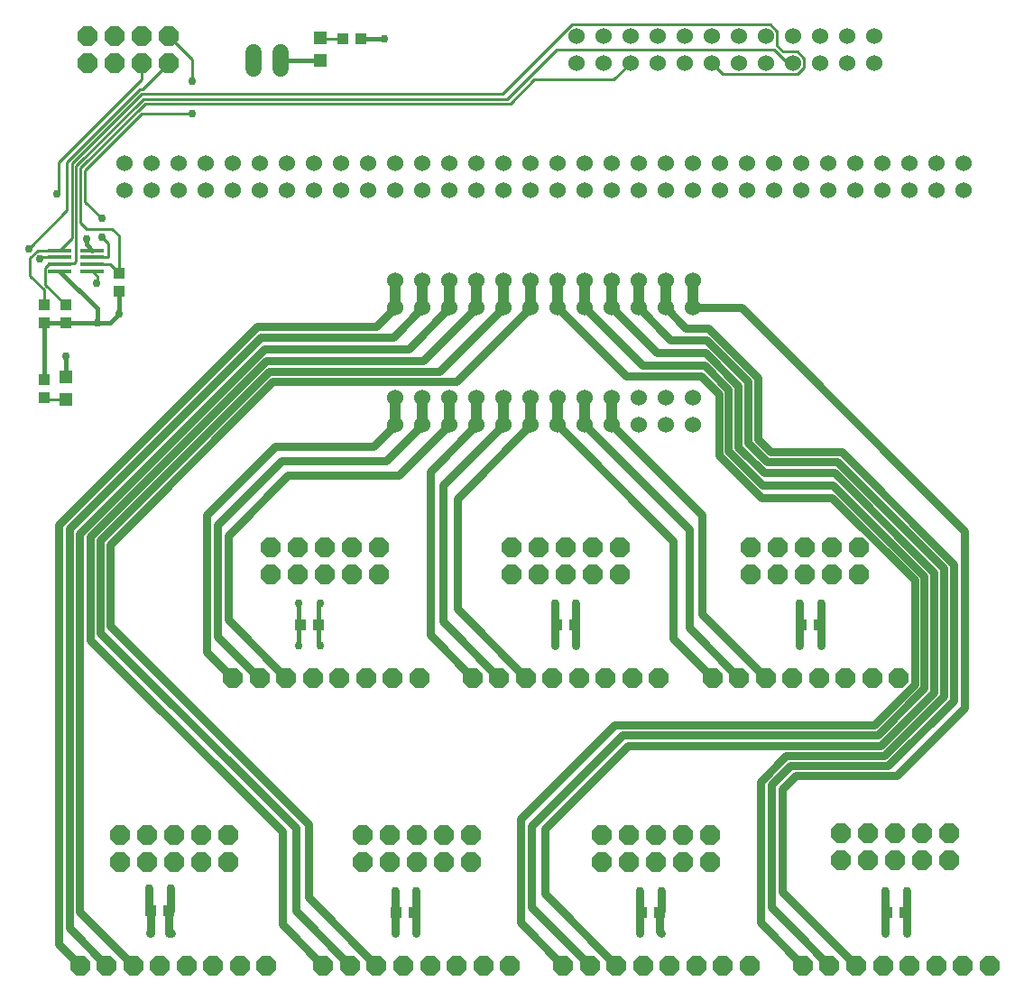
<source format=gbr>
G04 EAGLE Gerber RS-274X export*
G75*
%MOMM*%
%FSLAX34Y34*%
%LPD*%
%AMOC8*
5,1,8,0,0,1.08239X$1,22.5*%
G01*
%ADD10P,2.034460X8X22.500000*%
%ADD11P,2.034460X8X202.500000*%
%ADD12C,1.530000*%
%ADD13C,1.524000*%
%ADD14R,1.100000X1.000000*%
%ADD15R,2.196100X0.412200*%
%ADD16R,1.000000X1.100000*%
%ADD17R,1.200000X1.200000*%
%ADD18C,0.762000*%
%ADD19C,1.016000*%
%ADD20C,0.756400*%
%ADD21C,0.254000*%
%ADD22C,0.406400*%


D10*
X139500Y80000D03*
X114500Y80000D03*
X89500Y80000D03*
X64500Y80000D03*
X164500Y80000D03*
X189500Y80000D03*
X214500Y80000D03*
X239500Y80000D03*
X368000Y80000D03*
X343000Y80000D03*
X318000Y80000D03*
X293000Y80000D03*
X393000Y80000D03*
X418000Y80000D03*
X443000Y80000D03*
X468000Y80000D03*
X593000Y80000D03*
X568000Y80000D03*
X543000Y80000D03*
X518000Y80000D03*
X618000Y80000D03*
X643000Y80000D03*
X668000Y80000D03*
X693000Y80000D03*
X508000Y350000D03*
X483000Y350000D03*
X458000Y350000D03*
X433000Y350000D03*
X533000Y350000D03*
X558000Y350000D03*
X583000Y350000D03*
X608000Y350000D03*
X283000Y350000D03*
X258000Y350000D03*
X233000Y350000D03*
X208000Y350000D03*
X308000Y350000D03*
X333000Y350000D03*
X358000Y350000D03*
X383000Y350000D03*
X818000Y80000D03*
X793000Y80000D03*
X768000Y80000D03*
X743000Y80000D03*
X843000Y80000D03*
X868000Y80000D03*
X893000Y80000D03*
X918000Y80000D03*
X733000Y350000D03*
X708000Y350000D03*
X683000Y350000D03*
X658000Y350000D03*
X758000Y350000D03*
X783000Y350000D03*
X808000Y350000D03*
X833000Y350000D03*
D11*
X204000Y202700D03*
X204000Y177300D03*
X178600Y202700D03*
X178600Y177300D03*
X153200Y202700D03*
X153200Y177300D03*
X127800Y202700D03*
X127800Y177300D03*
X102400Y202700D03*
X102400Y177300D03*
X431260Y202700D03*
X431260Y177300D03*
X405860Y202700D03*
X405860Y177300D03*
X380460Y202700D03*
X380460Y177300D03*
X355060Y202700D03*
X355060Y177300D03*
X329660Y202700D03*
X329660Y177300D03*
X655800Y202700D03*
X655800Y177300D03*
X630400Y202700D03*
X630400Y177300D03*
X605000Y202700D03*
X605000Y177300D03*
X579600Y202700D03*
X579600Y177300D03*
X554200Y202700D03*
X554200Y177300D03*
X880100Y204160D03*
X880100Y178760D03*
X854700Y204160D03*
X854700Y178760D03*
X829300Y204160D03*
X829300Y178760D03*
X803900Y204160D03*
X803900Y178760D03*
X778500Y204160D03*
X778500Y178760D03*
X345440Y472280D03*
X345440Y446880D03*
X320040Y472280D03*
X320040Y446880D03*
X294640Y472280D03*
X294640Y446880D03*
X269240Y472280D03*
X269240Y446880D03*
X243840Y472280D03*
X243840Y446880D03*
X570800Y472700D03*
X570800Y447300D03*
X545400Y472700D03*
X545400Y447300D03*
X520000Y472700D03*
X520000Y447300D03*
X494600Y472700D03*
X494600Y447300D03*
X469200Y472700D03*
X469200Y447300D03*
X795800Y472700D03*
X795800Y447300D03*
X770400Y472700D03*
X770400Y447300D03*
X745000Y472700D03*
X745000Y447300D03*
X719600Y472700D03*
X719600Y447300D03*
X694200Y472700D03*
X694200Y447300D03*
D12*
X360300Y697300D03*
X360300Y722700D03*
X385700Y697300D03*
X385700Y722700D03*
X411100Y697300D03*
X411100Y722700D03*
X436500Y697300D03*
X436500Y722700D03*
X461900Y697300D03*
X461900Y722700D03*
X487300Y697300D03*
X487300Y722700D03*
X512700Y697300D03*
X512700Y722700D03*
X538100Y697300D03*
X538100Y722700D03*
X563500Y697300D03*
X563500Y722700D03*
X588900Y697300D03*
X588900Y722700D03*
X614300Y697300D03*
X614300Y722700D03*
X639700Y697300D03*
X639700Y722700D03*
X360300Y587300D03*
X360300Y612700D03*
X385700Y587300D03*
X385700Y612700D03*
X411100Y587300D03*
X411100Y612700D03*
X436500Y587300D03*
X436500Y612700D03*
X461900Y587300D03*
X461900Y612700D03*
X487300Y587300D03*
X487300Y612700D03*
X512700Y587300D03*
X512700Y612700D03*
X538100Y587300D03*
X538100Y612700D03*
X563500Y587300D03*
X563500Y612700D03*
X588900Y587300D03*
X588900Y612700D03*
X614300Y587300D03*
X614300Y612700D03*
X639700Y587300D03*
X639700Y612700D03*
X106680Y807560D03*
X106680Y832960D03*
X132080Y807560D03*
X132080Y832960D03*
X157480Y807560D03*
X157480Y832960D03*
X182880Y807560D03*
X182880Y832960D03*
X208280Y807560D03*
X208280Y832960D03*
X233680Y807560D03*
X233680Y832960D03*
X259080Y807560D03*
X259080Y832960D03*
X284480Y807560D03*
X284480Y832960D03*
X309880Y807560D03*
X309880Y832960D03*
X335280Y807560D03*
X335280Y832960D03*
X360680Y807560D03*
X360680Y832960D03*
X386080Y807560D03*
X386080Y832960D03*
X411480Y807560D03*
X411480Y832960D03*
X436880Y807560D03*
X436880Y832960D03*
X462280Y807560D03*
X462280Y832960D03*
X487680Y807560D03*
X487680Y832960D03*
X513080Y807560D03*
X513080Y832960D03*
X538480Y807560D03*
X538480Y832960D03*
X563880Y807560D03*
X563880Y832960D03*
X589280Y807560D03*
X589280Y832960D03*
X614680Y807560D03*
X614680Y832960D03*
X640080Y807560D03*
X640080Y832960D03*
X665480Y807560D03*
X665480Y832960D03*
X690880Y807560D03*
X690880Y832960D03*
X716280Y807560D03*
X716280Y832960D03*
X741680Y807560D03*
X741680Y832960D03*
X767080Y807560D03*
X767080Y832960D03*
X792480Y807560D03*
X792480Y832960D03*
X817880Y807560D03*
X817880Y832960D03*
X843280Y807560D03*
X843280Y832960D03*
X868680Y807560D03*
X868680Y832960D03*
X894080Y807560D03*
X894080Y832960D03*
D13*
X227300Y922380D02*
X227300Y937620D01*
X252700Y937620D02*
X252700Y922380D01*
D14*
X130780Y131280D03*
X147780Y131280D03*
D15*
X45691Y751430D03*
X45691Y744930D03*
X45691Y738430D03*
X45691Y731930D03*
X76229Y731930D03*
X76229Y738430D03*
X76229Y744930D03*
X76229Y751430D03*
D16*
X50960Y700180D03*
X50960Y683180D03*
X30960Y700180D03*
X30960Y683180D03*
X100960Y713180D03*
X100960Y730180D03*
D12*
X530300Y927300D03*
X530300Y952700D03*
X555700Y927300D03*
X555700Y952700D03*
X581100Y927300D03*
X581100Y952700D03*
X606500Y927300D03*
X606500Y952700D03*
X631900Y927300D03*
X631900Y952700D03*
X657300Y927300D03*
X657300Y952700D03*
X682700Y927300D03*
X682700Y952700D03*
X708100Y927300D03*
X708100Y952700D03*
X733500Y927300D03*
X733500Y952700D03*
X758900Y927300D03*
X758900Y952700D03*
X784300Y927300D03*
X784300Y952700D03*
X809700Y927300D03*
X809700Y952700D03*
D14*
X361500Y130000D03*
X378500Y130000D03*
X591500Y130000D03*
X608500Y130000D03*
X821500Y130000D03*
X838500Y130000D03*
X271500Y400000D03*
X288500Y400000D03*
X511500Y400000D03*
X528500Y400000D03*
X741500Y400000D03*
X758500Y400000D03*
D17*
X50960Y611180D03*
X50960Y632180D03*
D16*
X30960Y630180D03*
X30960Y613180D03*
D11*
X148100Y952700D03*
X148100Y927300D03*
X122700Y952700D03*
X122700Y927300D03*
X97300Y952700D03*
X97300Y927300D03*
X71900Y952700D03*
X71900Y927300D03*
D17*
X290000Y950500D03*
X290000Y929500D03*
D14*
X328500Y950000D03*
X311500Y950000D03*
D18*
X44500Y493528D02*
X44500Y100000D01*
X64500Y80000D01*
D19*
X360300Y697300D02*
X360300Y722700D01*
D18*
X360300Y697300D02*
X343000Y680000D01*
X230972Y680000D01*
X44500Y493528D01*
X54404Y490389D02*
X54404Y115096D01*
X89500Y80000D01*
D19*
X385700Y697300D02*
X385700Y722700D01*
D18*
X385700Y697300D02*
X358400Y670000D01*
X234015Y670000D01*
X54404Y490389D01*
X372971Y659171D02*
X411100Y697300D01*
X372971Y659171D02*
X237894Y659171D01*
X63708Y484985D01*
X63708Y130792D01*
X114500Y80000D01*
D19*
X411100Y697300D02*
X411100Y722700D01*
D20*
X149860Y152400D03*
X150000Y110000D03*
X380000Y150000D03*
X380000Y110000D03*
X610000Y150000D03*
X610000Y110000D03*
X840000Y150000D03*
X840000Y110000D03*
X530000Y420000D03*
X530000Y380000D03*
X760000Y420000D03*
X760000Y380000D03*
D18*
X147780Y131280D02*
X147780Y110000D01*
X150000Y110000D01*
X149860Y131280D02*
X147780Y131280D01*
X149860Y131280D02*
X149860Y152400D01*
X380000Y128500D02*
X380000Y110000D01*
X380000Y128500D02*
X378500Y130000D01*
X380000Y128500D02*
X380000Y150000D01*
X608500Y130000D02*
X608500Y111500D01*
X610000Y110000D01*
X610000Y131500D02*
X610000Y150000D01*
X610000Y131500D02*
X608500Y130000D01*
X840000Y131500D02*
X840000Y150000D01*
X840000Y131500D02*
X838500Y130000D01*
X840000Y128500D02*
X840000Y110000D01*
X840000Y128500D02*
X838500Y130000D01*
X530000Y401500D02*
X530000Y420000D01*
X530000Y401500D02*
X528500Y400000D01*
X530000Y398500D02*
X530000Y380000D01*
X530000Y398500D02*
X528500Y400000D01*
X760000Y398500D02*
X760000Y380000D01*
X760000Y398500D02*
X758500Y400000D01*
X760000Y401500D02*
X760000Y420000D01*
X760000Y401500D02*
X758500Y400000D01*
D21*
X30960Y630180D02*
X29460Y631680D01*
D22*
X30960Y630180D02*
X30960Y683180D01*
X50960Y683180D01*
X80960Y683180D01*
X92460Y683180D01*
X80960Y696661D02*
X45691Y731930D01*
X80960Y696661D02*
X80960Y683180D01*
D20*
X100960Y691680D03*
D22*
X92460Y683180D01*
X100960Y691680D02*
X100960Y713180D01*
D20*
X290000Y380000D03*
X290000Y420000D03*
D22*
X288500Y400000D02*
X288500Y381500D01*
X290000Y380000D01*
X288500Y400000D02*
X288500Y418500D01*
X290000Y420000D01*
D20*
X81280Y683260D03*
X350000Y950000D03*
D22*
X328500Y950000D01*
D18*
X588900Y697300D02*
X618982Y667218D01*
X652339Y667218D01*
X691356Y628201D01*
X691356Y570431D01*
X709131Y552656D01*
X775474Y552656D01*
X875165Y452965D01*
X875165Y332535D01*
X819186Y276556D01*
X727130Y276556D01*
X703000Y252426D01*
X703000Y120000D01*
X743000Y80000D01*
D19*
X588900Y697300D02*
X588900Y722700D01*
D18*
X614300Y697300D02*
X633285Y678315D01*
X654173Y678315D01*
X700500Y631989D01*
X700500Y574218D01*
X712818Y561900D01*
X779161Y561900D01*
X884309Y456753D01*
X884309Y328747D01*
X822833Y267272D01*
X731128Y267272D01*
X733768Y114232D02*
X734000Y114000D01*
X768000Y80000D01*
X734000Y114000D02*
X713740Y134260D01*
X713740Y249884D02*
X731128Y267272D01*
X713740Y249884D02*
X713740Y134260D01*
D19*
X614300Y697300D02*
X614300Y722700D01*
D18*
X639700Y697300D02*
X685182Y697300D01*
X894832Y487650D01*
X894832Y321832D01*
X723900Y246000D02*
X723900Y149100D01*
X723900Y246000D02*
X736028Y258128D01*
X723900Y149100D02*
X793000Y80000D01*
X831128Y258128D02*
X736028Y258128D01*
X831128Y258128D02*
X894832Y321832D01*
D19*
X639700Y697300D02*
X639700Y722700D01*
D18*
X436500Y697300D02*
X386606Y647406D01*
X239061Y647406D01*
X74228Y482573D01*
X74228Y385662D01*
X254114Y205776D01*
X254114Y118886D01*
X293000Y80000D01*
D19*
X436500Y697300D02*
X436500Y722700D01*
D18*
X461900Y697300D02*
X401844Y637244D01*
X241831Y637244D01*
X83532Y478945D01*
X83532Y392151D01*
X266830Y208853D01*
X266830Y131170D01*
X318000Y80000D01*
D19*
X461900Y697300D02*
X461900Y722700D01*
D18*
X487300Y697300D02*
X418100Y628100D01*
X245618Y628100D01*
X92836Y475318D01*
X92836Y398900D01*
X279333Y212403D01*
X279333Y143667D01*
X343000Y80000D01*
D19*
X487300Y697300D02*
X487300Y722700D01*
D18*
X512700Y697300D02*
X576936Y633064D01*
X647698Y633064D01*
X663924Y616838D01*
X663924Y559068D01*
X703752Y519239D01*
X770095Y519239D01*
X847732Y441602D01*
X847732Y343898D01*
X809685Y305850D01*
X566516Y305850D01*
X478000Y217334D01*
X478000Y120000D01*
X518000Y80000D01*
D19*
X512700Y697300D02*
X512700Y722700D01*
D18*
X538100Y697300D02*
X592058Y643342D01*
X650352Y643342D01*
X673068Y620626D01*
X673068Y562855D01*
X705016Y530907D01*
X771359Y530907D01*
X856876Y445390D01*
X856876Y340110D01*
X813185Y296419D01*
X573899Y296419D01*
X488140Y210660D01*
X488140Y134860D01*
X543000Y80000D01*
D19*
X538100Y697300D02*
X538100Y722700D01*
D18*
X563500Y697300D02*
X605800Y655000D01*
X651626Y655000D01*
X682212Y624414D01*
X682212Y566643D01*
X706341Y542514D01*
X772684Y542514D01*
X866020Y449177D01*
X866020Y336323D01*
X815965Y286267D01*
X578549Y286267D01*
X500920Y208638D01*
X500920Y147080D01*
X568000Y80000D01*
D19*
X563500Y697300D02*
X563500Y722700D01*
D18*
X203420Y404580D02*
X258000Y350000D01*
X203420Y483420D02*
X260000Y540000D01*
X363800Y540000D01*
X411100Y587300D01*
X203420Y483420D02*
X203420Y404580D01*
D19*
X411100Y587300D02*
X411100Y612700D01*
D18*
X253448Y553560D02*
X193680Y493792D01*
X193680Y388440D01*
X253448Y553560D02*
X351960Y553560D01*
X193680Y388440D02*
X232120Y350000D01*
X351960Y553560D02*
X385700Y587300D01*
X233000Y350000D02*
X232120Y350000D01*
D19*
X385700Y587300D02*
X385700Y612700D01*
D18*
X340300Y567300D02*
X248026Y567300D01*
X183420Y502694D01*
X183420Y374580D01*
X208000Y350000D01*
X340300Y567300D02*
X360300Y587300D01*
D19*
X360300Y612700D01*
D18*
X563500Y587300D02*
X648241Y502559D01*
X648241Y409759D01*
X708000Y350000D01*
D19*
X563500Y587300D02*
X563500Y612700D01*
D18*
X538100Y587300D02*
X636174Y489226D01*
X636174Y396826D01*
X683000Y350000D01*
D19*
X538100Y587300D02*
X538100Y612700D01*
D18*
X512700Y587300D02*
X621355Y478645D01*
X621355Y386645D01*
X658000Y350000D01*
D19*
X512700Y587300D02*
X512700Y612700D01*
D18*
X436500Y587300D02*
X393000Y543800D01*
X393000Y390000D01*
X433000Y350000D01*
D19*
X436500Y587300D02*
X436500Y612700D01*
D18*
X461900Y587300D02*
X405324Y530724D01*
X405324Y402676D01*
X458000Y350000D01*
D19*
X461900Y587300D02*
X461900Y612700D01*
D18*
X487300Y587300D02*
X418488Y518488D01*
X418488Y414512D01*
X483000Y350000D01*
D19*
X487300Y587300D02*
X487300Y612700D01*
D20*
X130000Y110000D03*
X129540Y152400D03*
X360000Y150000D03*
X360000Y110000D03*
X590000Y150000D03*
X590000Y110000D03*
X820000Y150000D03*
X820000Y110000D03*
X510000Y420000D03*
X510000Y380000D03*
X740000Y420000D03*
X740000Y380000D03*
D18*
X130780Y131280D02*
X130780Y110000D01*
X130000Y110000D01*
X129540Y131280D02*
X130780Y131280D01*
X129540Y131280D02*
X129540Y152400D01*
X360000Y128500D02*
X360000Y110000D01*
X360000Y128500D02*
X361500Y130000D01*
X360000Y131500D02*
X360000Y150000D01*
X360000Y131500D02*
X361500Y130000D01*
X590000Y128500D02*
X590000Y110000D01*
X590000Y128500D02*
X591500Y130000D01*
X590000Y131500D02*
X590000Y150000D01*
X590000Y131500D02*
X591500Y130000D01*
X820000Y128500D02*
X820000Y110000D01*
X820000Y128500D02*
X821500Y130000D01*
X820000Y131500D02*
X820000Y150000D01*
X820000Y131500D02*
X821500Y130000D01*
X510000Y380000D02*
X510000Y398500D01*
X511500Y400000D01*
X510000Y398500D02*
X510000Y420000D01*
X740000Y398500D02*
X740000Y380000D01*
X740000Y398500D02*
X741500Y400000D01*
X740000Y401500D02*
X740000Y420000D01*
X740000Y401500D02*
X741500Y400000D01*
D20*
X50960Y651680D03*
D22*
X50960Y632180D01*
D20*
X70960Y761680D03*
D22*
X70960Y756699D02*
X76229Y751430D01*
X70960Y756699D02*
X70960Y761680D01*
D20*
X270000Y420000D03*
X270000Y380000D03*
D22*
X271500Y400000D02*
X270000Y401500D01*
X270000Y420000D01*
X271500Y400000D02*
X270000Y398500D01*
X270000Y380000D01*
D21*
X30960Y700180D02*
X30960Y714433D01*
X17853Y727540D01*
X25073Y751305D02*
X45566Y751305D01*
X45691Y751430D01*
X17853Y744084D02*
X17853Y727540D01*
X17853Y744084D02*
X25073Y751305D01*
X45691Y751430D02*
X56896Y762635D01*
X56896Y832893D01*
X122589Y898586D01*
X712426Y963144D02*
X718544Y957026D01*
X737826Y937744D02*
X743944Y931626D01*
X743944Y922974D01*
X737826Y916856D01*
X724253Y937744D02*
X718544Y943453D01*
X718544Y957026D01*
X724253Y937744D02*
X737826Y937744D01*
X525974Y963144D02*
X461416Y898586D01*
X657300Y927300D02*
X667744Y916856D01*
X712426Y963144D02*
X525974Y963144D01*
X667744Y916856D02*
X737826Y916856D01*
X461416Y898586D02*
X122589Y898586D01*
X92710Y738430D02*
X76229Y738430D01*
X92710Y738430D02*
X100960Y730180D01*
X100960Y765280D02*
X94560Y771680D01*
X70960Y771680D02*
X65024Y777616D01*
X65024Y828827D01*
X125639Y889442D01*
X468382Y889442D01*
X490640Y911700D01*
X565500Y911700D01*
X581100Y927300D01*
X100960Y765280D02*
X100960Y730180D01*
X94560Y771680D02*
X70960Y771680D01*
X34913Y738145D02*
X31917Y735148D01*
X34913Y738145D02*
X45406Y738145D01*
X45691Y738430D01*
X31917Y735148D02*
X31917Y719224D01*
X50960Y700180D01*
X45691Y738430D02*
X46156Y738895D01*
X59189Y738895D01*
X60960Y740666D01*
X60960Y830510D01*
X123956Y893506D01*
X728950Y927300D02*
X733500Y927300D01*
X728950Y927300D02*
X716166Y940084D01*
X511754Y940084D01*
X465176Y893506D01*
X123956Y893506D01*
X90960Y744930D02*
X76229Y744930D01*
X90960Y744930D02*
X90960Y757500D01*
D20*
X84780Y763680D03*
X84780Y781460D03*
D21*
X69248Y796992D01*
X69248Y826620D01*
X122628Y880000D01*
X170000Y880000D01*
D20*
X170000Y880000D03*
X170000Y910000D03*
D21*
X170000Y930800D01*
X148100Y952700D01*
X84780Y763680D02*
X90960Y757500D01*
X76229Y731930D02*
X80960Y727199D01*
X80960Y721440D02*
X79700Y720180D01*
D20*
X79700Y720180D03*
X43180Y804700D03*
D21*
X44140Y805660D02*
X44140Y833760D01*
X122700Y912320D01*
X80960Y727199D02*
X80960Y721440D01*
X122700Y912320D02*
X122700Y927300D01*
X44140Y805660D02*
X43180Y804700D01*
X45691Y744930D02*
X28250Y744930D01*
X26360Y743040D01*
D20*
X26360Y743040D03*
X16200Y752500D03*
D21*
X52560Y788860D01*
X120905Y902650D02*
X123450Y902650D01*
X148100Y927300D01*
X52560Y834305D02*
X52560Y788860D01*
X52560Y834305D02*
X120905Y902650D01*
D22*
X252700Y930000D02*
X289500Y930000D01*
X290000Y929500D01*
D21*
X30960Y613180D02*
X32960Y611180D01*
X50960Y611180D01*
X290500Y950000D02*
X311500Y950000D01*
X290500Y950000D02*
X290000Y950500D01*
M02*

</source>
